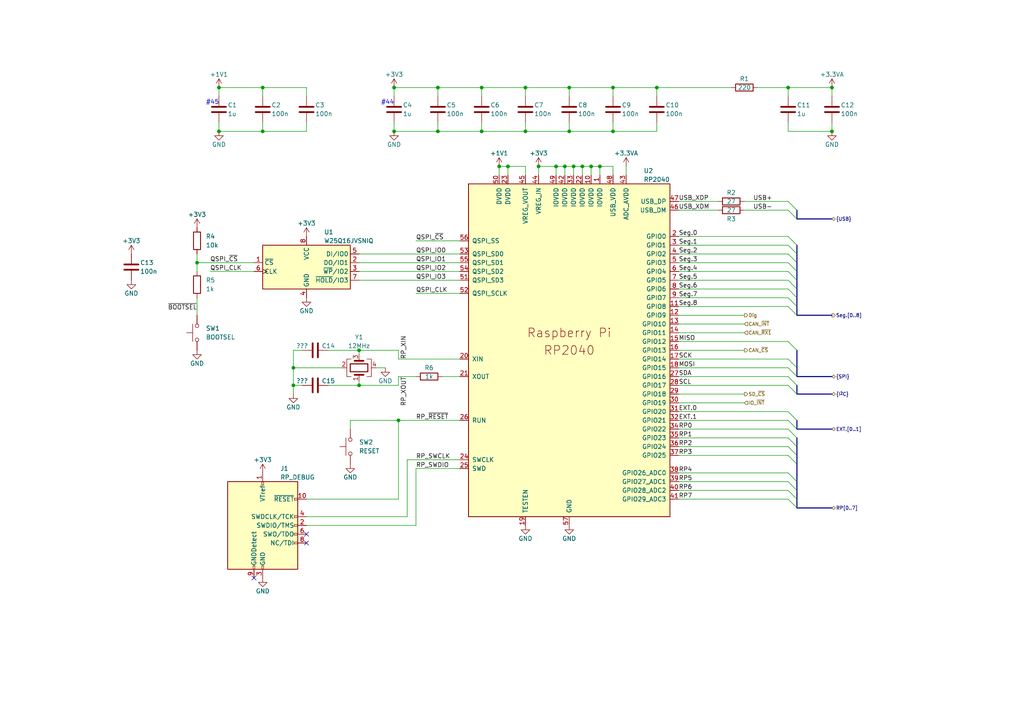
<source format=kicad_sch>
(kicad_sch (version 20211123) (generator eeschema)
  (paper "A4")
  (title_block (title "[canbrd] CAN/RS485 IO board") (date "2022-01-23") (rev "Indev"))
  (lib_symbols
    (symbol "Connector:Conn_ARM_JTAG_SWD_10" (pin_names (offset 1.016))
      (property "Reference" "J" (at -2.54 16.51 0))
      (property "Value" "Conn_ARM_JTAG_SWD_10" (at -2.54 13.97 0))
      (symbol "Conn_ARM_JTAG_SWD_10_0_1"
        (rectangle (start -10.16 12.7) (end 10.16 -12.7) (stroke (width 0.254)) (fill (type background)))
        (rectangle (start -2.794 -12.7) (end -2.286 -11.684))
        (rectangle (start -0.254 -12.7) (end 0.254 -11.684))
        (rectangle (start -0.254 12.7) (end 0.254 11.684))
        (rectangle (start 9.144 2.286) (end 10.16 2.794))
        (rectangle (start 10.16 -2.794) (end 9.144 -2.286))
        (rectangle (start 10.16 -0.254) (end 9.144 0.254))
        (rectangle (start 10.16 7.874) (end 9.144 7.366))
      )
      (symbol "Conn_ARM_JTAG_SWD_10_1_1"
        (rectangle (start 9.144 -5.334) (end 10.16 -4.826))
        (pin power_in line (at 0 15.24 270) (length 2.54) (name "VTref") (number "1"))
        (pin open_collector line (at 12.7 7.62 180) (length 2.54) (name "~{RESET}") (number "10"))
        (pin bidirectional line (at 12.7 0 180) (length 2.54) (name "SWDIO/TMS") (number "2"))
        (pin power_in line (at 0 -15.24 90) (length 2.54) (name "GND") (number "3"))
        (pin output line (at 12.7 2.54 180) (length 2.54) (name "SWDCLK/TCK") (number "4"))
        (pin passive line (at 0 -15.24 90) (length 2.54) hide (name "GND") (number "5"))
        (pin input line (at 12.7 -2.54 180) (length 2.54) (name "SWO/TDO") (number "6"))
        (pin no_connect line (at -10.16 0 0) (length 2.54) hide (name "KEY") (number "7"))
        (pin output line (at 12.7 -5.08 180) (length 2.54) (name "NC/TDI") (number "8"))
        (pin passive line (at -2.54 -15.24 90) (length 2.54) (name "GNDDetect") (number "9"))
      )
    )
    (symbol "Device:C" (pin_numbers hide) (pin_names (offset 0.254))
      (property "Reference" "C" (at 0.635 2.54 0))
      (property "Value" "C" (at 0.635 -2.54 0))
      (symbol "C_0_1"
        (polyline (pts (xy -2.032 -0.762) (xy 2.032 -0.762)) (stroke (width 0.508)))
        (polyline (pts (xy -2.032 0.762) (xy 2.032 0.762)) (stroke (width 0.508)))
      )
      (symbol "C_1_1"
        (pin passive line (at 0 3.81 270) (length 2.794) (name "~") (number "1"))
        (pin passive line (at 0 -3.81 90) (length 2.794) (name "~") (number "2"))
      )
    )
    (symbol "Device:Crystal_GND24" (pin_names (offset 1.016) hide)
      (property "Reference" "Y" (at 3.175 5.08 0))
      (property "Value" "Crystal_GND24" (at 3.175 3.175 0))
      (symbol "Crystal_GND24_0_1"
        (rectangle (start -1.143 2.54) (end 1.143 -2.54) (stroke (width 0.3048)))
        (polyline (pts (xy -2.54 0) (xy -2.032 0)))
        (polyline (pts (xy -2.032 -1.27) (xy -2.032 1.27)) (stroke (width 0.508)))
        (polyline (pts (xy 0 -3.81) (xy 0 -3.556)))
        (polyline (pts (xy 0 3.556) (xy 0 3.81)))
        (polyline (pts (xy 2.032 -1.27) (xy 2.032 1.27)) (stroke (width 0.508)))
        (polyline (pts (xy 2.032 0) (xy 2.54 0)))
        (polyline (pts (xy -2.54 -2.286) (xy -2.54 -3.556) (xy 2.54 -3.556) (xy 2.54 -2.286)))
        (polyline (pts (xy -2.54 2.286) (xy -2.54 3.556) (xy 2.54 3.556) (xy 2.54 2.286)))
      )
      (symbol "Crystal_GND24_1_1"
        (pin passive line (at -3.81 0 0) (length 1.27) (name "1") (number "1"))
        (pin passive line (at 0 5.08 270) (length 1.27) (name "2") (number "2"))
        (pin passive line (at 3.81 0 180) (length 1.27) (name "3") (number "3"))
        (pin passive line (at 0 -5.08 90) (length 1.27) (name "4") (number "4"))
      )
    )
    (symbol "Device:R" (pin_numbers hide) (pin_names (offset 0))
      (property "Reference" "R" (at 2.032 0 90))
      (property "Value" "R" (at 0 0 90))
      (symbol "R_0_1"
        (rectangle (start -1.016 -2.54) (end 1.016 2.54) (stroke (width 0.254)))
      )
      (symbol "R_1_1"
        (pin passive line (at 0 3.81 270) (length 1.27) (name "~") (number "1"))
        (pin passive line (at 0 -3.81 90) (length 1.27) (name "~") (number "2"))
      )
    )
    (symbol "MCU_RaspberryPi_RP2040:RP2040" (pin_names (offset 1.016))
      (property "Reference" "U" (at -29.21 49.53 0))
      (property "Value" "RP2040" (at 24.13 -49.53 0))
      (symbol "RP2040_0_0"
        (text "Raspberry Pi" (at 0 5.08 0) (effects (font (size 2.54 2.54))))
        (text "RP2040" (at 0 0 0) (effects (font (size 2.54 2.54))))
      )
      (symbol "RP2040_0_1"
        (rectangle (start 29.21 48.26) (end -29.21 -48.26) (stroke (width 0.254)) (fill (type background)))
      )
      (symbol "RP2040_1_1"
        (pin power_in line (at 8.89 50.8 270) (length 2.54) (name "IOVDD") (number "1"))
        (pin power_in line (at 6.35 50.8 270) (length 2.54) (name "IOVDD") (number "10"))
        (pin bidirectional line (at 31.75 12.7 180) (length 2.54) (name "GPIO8") (number "11"))
        (pin bidirectional line (at 31.75 10.16 180) (length 2.54) (name "GPIO9") (number "12"))
        (pin bidirectional line (at 31.75 7.62 180) (length 2.54) (name "GPIO10") (number "13"))
        (pin bidirectional line (at 31.75 5.08 180) (length 2.54) (name "GPIO11") (number "14"))
        (pin bidirectional line (at 31.75 2.54 180) (length 2.54) (name "GPIO12") (number "15"))
        (pin bidirectional line (at 31.75 0 180) (length 2.54) (name "GPIO13") (number "16"))
        (pin bidirectional line (at 31.75 -2.54 180) (length 2.54) (name "GPIO14") (number "17"))
        (pin bidirectional line (at 31.75 -5.08 180) (length 2.54) (name "GPIO15") (number "18"))
        (pin passive line (at -12.7 -50.8 90) (length 2.54) (name "TESTEN") (number "19"))
        (pin bidirectional line (at 31.75 33.02 180) (length 2.54) (name "GPIO0") (number "2"))
        (pin input line (at -31.75 -2.54 0) (length 2.54) (name "XIN") (number "20"))
        (pin passive line (at -31.75 -7.62 0) (length 2.54) (name "XOUT") (number "21"))
        (pin power_in line (at 3.81 50.8 270) (length 2.54) (name "IOVDD") (number "22"))
        (pin power_in line (at -17.78 50.8 270) (length 2.54) (name "DVDD") (number "23"))
        (pin output line (at -31.75 -31.75 0) (length 2.54) (name "SWCLK") (number "24"))
        (pin bidirectional line (at -31.75 -34.29 0) (length 2.54) (name "SWD") (number "25"))
        (pin input line (at -31.75 -20.32 0) (length 2.54) (name "RUN") (number "26"))
        (pin bidirectional line (at 31.75 -7.62 180) (length 2.54) (name "GPIO16") (number "27"))
        (pin bidirectional line (at 31.75 -10.16 180) (length 2.54) (name "GPIO17") (number "28"))
        (pin bidirectional line (at 31.75 -12.7 180) (length 2.54) (name "GPIO18") (number "29"))
        (pin bidirectional line (at 31.75 30.48 180) (length 2.54) (name "GPIO1") (number "3"))
        (pin bidirectional line (at 31.75 -15.24 180) (length 2.54) (name "GPIO19") (number "30"))
        (pin bidirectional line (at 31.75 -17.78 180) (length 2.54) (name "GPIO20") (number "31"))
        (pin bidirectional line (at 31.75 -20.32 180) (length 2.54) (name "GPIO21") (number "32"))
        (pin power_in line (at 1.27 50.8 270) (length 2.54) (name "IOVDD") (number "33"))
        (pin bidirectional line (at 31.75 -22.86 180) (length 2.54) (name "GPIO22") (number "34"))
        (pin bidirectional line (at 31.75 -25.4 180) (length 2.54) (name "GPIO23") (number "35"))
        (pin bidirectional line (at 31.75 -27.94 180) (length 2.54) (name "GPIO24") (number "36"))
        (pin bidirectional line (at 31.75 -30.48 180) (length 2.54) (name "GPIO25") (number "37"))
        (pin bidirectional line (at 31.75 -35.56 180) (length 2.54) (name "GPIO26_ADC0") (number "38"))
        (pin bidirectional line (at 31.75 -38.1 180) (length 2.54) (name "GPIO27_ADC1") (number "39"))
        (pin bidirectional line (at 31.75 27.94 180) (length 2.54) (name "GPIO2") (number "4"))
        (pin bidirectional line (at 31.75 -40.64 180) (length 2.54) (name "GPIO28_ADC2") (number "40"))
        (pin bidirectional line (at 31.75 -43.18 180) (length 2.54) (name "GPIO29_ADC3") (number "41"))
        (pin power_in line (at -1.27 50.8 270) (length 2.54) (name "IOVDD") (number "42"))
        (pin power_in line (at 16.51 50.8 270) (length 2.54) (name "ADC_AVDD") (number "43"))
        (pin power_in line (at -8.89 50.8 270) (length 2.54) (name "VREG_IN") (number "44"))
        (pin power_out line (at -12.7 50.8 270) (length 2.54) (name "VREG_VOUT") (number "45"))
        (pin bidirectional line (at 31.75 40.64 180) (length 2.54) (name "USB_DM") (number "46"))
        (pin bidirectional line (at 31.75 43.18 180) (length 2.54) (name "USB_DP") (number "47"))
        (pin power_in line (at 12.7 50.8 270) (length 2.54) (name "USB_VDD") (number "48"))
        (pin power_in line (at -3.81 50.8 270) (length 2.54) (name "IOVDD") (number "49"))
        (pin bidirectional line (at 31.75 25.4 180) (length 2.54) (name "GPIO3") (number "5"))
        (pin power_in line (at -20.32 50.8 270) (length 2.54) (name "DVDD") (number "50"))
        (pin bidirectional line (at -31.75 20.32 0) (length 2.54) (name "QSPI_SD3") (number "51"))
        (pin output line (at -31.75 16.51 0) (length 2.54) (name "QSPI_SCLK") (number "52"))
        (pin bidirectional line (at -31.75 27.94 0) (length 2.54) (name "QSPI_SD0") (number "53"))
        (pin bidirectional line (at -31.75 22.86 0) (length 2.54) (name "QSPI_SD2") (number "54"))
        (pin bidirectional line (at -31.75 25.4 0) (length 2.54) (name "QSPI_SD1") (number "55"))
        (pin bidirectional line (at -31.75 31.75 0) (length 2.54) (name "QSPI_SS") (number "56"))
        (pin power_in line (at 0 -50.8 90) (length 2.54) (name "GND") (number "57"))
        (pin bidirectional line (at 31.75 22.86 180) (length 2.54) (name "GPIO4") (number "6"))
        (pin bidirectional line (at 31.75 20.32 180) (length 2.54) (name "GPIO5") (number "7"))
        (pin bidirectional line (at 31.75 17.78 180) (length 2.54) (name "GPIO6") (number "8"))
        (pin bidirectional line (at 31.75 15.24 180) (length 2.54) (name "GPIO7") (number "9"))
      )
    )
    (symbol "Switch:SW_Push" (pin_numbers hide) (pin_names (offset 1.016) hide)
      (property "Reference" "SW" (at 1.27 2.54 0))
      (property "Value" "SW_Push" (at 0 -1.524 0))
      (symbol "SW_Push_0_1"
        (circle (center -2.032 0) (radius 0.508))
        (polyline (pts (xy 0 1.27) (xy 0 3.048)))
        (polyline (pts (xy 2.54 1.27) (xy -2.54 1.27)))
        (circle (center 2.032 0) (radius 0.508))
        (pin passive line (at -5.08 0 0) (length 2.54) (name "1") (number "1"))
        (pin passive line (at 5.08 0 180) (length 2.54) (name "2") (number "2"))
      )
    )
    (symbol "W25Q16JVSNIQ:W25Q16JVSNIQ"
      (property "Reference" "U" (at -12.7 7.62 0))
      (property "Value" "W25Q16JVSNIQ" (at 12.7 7.62 0))
      (symbol "W25Q16JVSNIQ_0_1"
        (rectangle (start -12.7 6.35) (end 12.7 -6.35) (stroke (width 0.254)) (fill (type background)))
      )
      (symbol "W25Q16JVSNIQ_1_1"
        (pin input line (at -15.24 1.27 0) (length 2.54) (name "~{CS}") (number "1"))
        (pin bidirectional line (at 15.24 1.27 180) (length 2.54) (name "DO/IO1") (number "2"))
        (pin bidirectional line (at 15.24 -1.27 180) (length 2.54) (name "~{WP}/IO2") (number "3"))
        (pin power_in line (at 0 -8.89 90) (length 2.54) (name "GND") (number "4"))
        (pin bidirectional line (at 15.24 3.81 180) (length 2.54) (name "DI/IO0") (number "5"))
        (pin input clock (at -15.24 -1.27 0) (length 2.54) (name "CLK") (number "6"))
        (pin bidirectional line (at 15.24 -3.81 180) (length 2.54) (name "~{HOLD}/IO3") (number "7"))
        (pin power_in line (at 0 8.89 270) (length 2.54) (name "VCC") (number "8"))
      )
    )
    (symbol "power:+1V1" (power) (pin_names (offset 0))
      (property "Value" "+1V1" (at 0 3.556 0))
      (symbol "+1V1_0_1"
        (polyline (pts (xy -0.762 1.27) (xy 0 2.54)))
        (polyline (pts (xy 0 0) (xy 0 2.54)))
        (polyline (pts (xy 0 2.54) (xy 0.762 1.27)))
      )
      (symbol "+1V1_1_1"
        (pin power_in line (at 0 0 90) (length 0) hide (name "+1V1") (number "1"))
      )
    )
    (symbol "power:+3.3V" (power) (pin_names (offset 0))
      (property "Value" "+3.3V" (at 0 3.556 0))
      (symbol "+3.3V_0_1"
        (polyline (pts (xy -0.762 1.27) (xy 0 2.54)))
        (polyline (pts (xy 0 0) (xy 0 2.54)))
        (polyline (pts (xy 0 2.54) (xy 0.762 1.27)))
      )
      (symbol "+3.3V_1_1"
        (pin power_in line (at 0 0 90) (length 0) hide (name "+3V3") (number "1"))
      )
    )
    (symbol "power:+3.3VA" (power) (pin_names (offset 0))
      (property "Value" "+3.3VA" (at 0 3.556 0))
      (symbol "+3.3VA_0_1"
        (polyline (pts (xy -0.762 1.27) (xy 0 2.54)))
        (polyline (pts (xy 0 0) (xy 0 2.54)))
        (polyline (pts (xy 0 2.54) (xy 0.762 1.27)))
      )
      (symbol "+3.3VA_1_1"
        (pin power_in line (at 0 0 90) (length 0) hide (name "+3.3VA") (number "1"))
      )
    )
    (symbol "power:GND" (power) (pin_names (offset 0))
      (property "Value" "GND" (at 0 -3.81 0))
      (symbol "GND_0_1"
        (polyline (pts (xy 0 0) (xy 0 -1.27) (xy 1.27 -1.27) (xy 0 -2.54) (xy -1.27 -1.27) (xy 0 -1.27)))
      )
      (symbol "GND_1_1"
        (pin power_in line (at 0 0 270) (length 0) hide (name "GND") (number "1"))
      )
    )
  )
  (junction (at 173.99 48.26))
  (junction (at 63.5 25.4))
  (junction (at 161.29 48.26))
  (junction (at 144.78 48.26))
  (junction (at 166.37 48.26))
  (junction (at 177.8 25.4))
  (junction (at 165.1 25.4))
  (junction (at 57.15 76.2))
  (junction (at 190.5 25.4))
  (junction (at 171.45 48.26))
  (junction (at 115.57 121.92))
  (junction (at 152.4 38.1))
  (junction (at 177.8 38.1))
  (junction (at 228.6 25.4))
  (junction (at 165.1 38.1))
  (junction (at 76.2 25.4))
  (junction (at 241.3 38.1))
  (junction (at 163.83 48.26))
  (junction (at 127 25.4))
  (junction (at 152.4 25.4))
  (junction (at 139.7 25.4))
  (junction (at 168.91 48.26))
  (junction (at 76.2 38.1))
  (junction (at 139.7 38.1))
  (junction (at 147.32 48.26))
  (junction (at 241.3 25.4))
  (junction (at 114.3 25.4))
  (junction (at 104.14 111.76))
  (junction (at 63.5 38.1))
  (junction (at 104.14 101.6))
  (junction (at 156.21 48.26))
  (junction (at 85.09 106.68))
  (junction (at 127 38.1))
  (junction (at 85.09 111.76))
  (junction (at 114.3 38.1))
  (no_connect (at 73.66 167.64))
  (no_connect (at 88.9 157.48))
  (no_connect (at 88.9 154.94))
  (bus_entry (at 231.14 106.68) (size -2.54 -2.54))
  (bus_entry (at 231.14 139.7) (size -2.54 -2.54))
  (bus_entry (at 231.14 129.54) (size -2.54 -2.54))
  (bus_entry (at 231.14 121.92) (size -2.54 -2.54))
  (bus_entry (at 231.14 111.76) (size -2.54 -2.54))
  (bus_entry (at 231.14 127) (size -2.54 -2.54))
  (bus_entry (at 231.14 60.96) (size -2.54 -2.54))
  (bus_entry (at 231.14 147.32) (size -2.54 -2.54))
  (bus_entry (at 231.14 83.82) (size -2.54 -2.54))
  (bus_entry (at 231.14 132.08) (size -2.54 -2.54))
  (bus_entry (at 231.14 81.28) (size -2.54 -2.54))
  (bus_entry (at 231.14 73.66) (size -2.54 -2.54))
  (bus_entry (at 231.14 134.62) (size -2.54 -2.54))
  (bus_entry (at 231.14 114.3) (size -2.54 -2.54))
  (bus_entry (at 231.14 101.6) (size -2.54 -2.54))
  (bus_entry (at 231.14 109.22) (size -2.54 -2.54))
  (bus_entry (at 231.14 88.9) (size -2.54 -2.54))
  (bus_entry (at 231.14 63.5) (size -2.54 -2.54))
  (bus_entry (at 231.14 71.12) (size -2.54 -2.54))
  (bus_entry (at 231.14 142.24) (size -2.54 -2.54))
  (bus_entry (at 231.14 124.46) (size -2.54 -2.54))
  (bus_entry (at 231.14 86.36) (size -2.54 -2.54))
  (bus_entry (at 231.14 144.78) (size -2.54 -2.54))
  (bus_entry (at 231.14 76.2) (size -2.54 -2.54))
  (bus_entry (at 231.14 78.74) (size -2.54 -2.54))
  (bus_entry (at 231.14 91.44) (size -2.54 -2.54))
  (bus (pts (xy 231.14 144.78) (xy 231.14 147.32)))
  (wire (pts (xy 104.14 78.74) (xy 133.35 78.74)))
  (wire (pts (xy 114.3 35.56) (xy 114.3 38.1)))
  (wire (pts (xy 168.91 48.26) (xy 168.91 50.8)))
  (wire (pts (xy 196.85 83.82) (xy 228.6 83.82)))
  (wire (pts (xy 139.7 25.4) (xy 152.4 25.4)))
  (wire (pts (xy 115.57 144.78) (xy 115.57 121.92)))
  (wire (pts (xy 196.85 142.24) (xy 228.6 142.24)))
  (wire (pts (xy 63.5 25.4) (xy 76.2 25.4)))
  (wire (pts (xy 168.91 48.26) (xy 166.37 48.26)))
  (wire (pts (xy 177.8 25.4) (xy 177.8 27.94)))
  (wire (pts (xy 196.85 111.76) (xy 228.6 111.76)))
  (wire (pts (xy 219.71 25.4) (xy 228.6 25.4)))
  (wire (pts (xy 127 25.4) (xy 127 27.94)))
  (wire (pts (xy 152.4 35.56) (xy 152.4 38.1)))
  (wire (pts (xy 196.85 144.78) (xy 228.6 144.78)))
  (wire (pts (xy 127 38.1) (xy 139.7 38.1)))
  (wire (pts (xy 144.78 48.26) (xy 144.78 50.8)))
  (wire (pts (xy 152.4 48.26) (xy 147.32 48.26)))
  (wire (pts (xy 196.85 58.42) (xy 208.28 58.42)))
  (wire (pts (xy 63.5 38.1) (xy 76.2 38.1)))
  (wire (pts (xy 147.32 48.26) (xy 144.78 48.26)))
  (wire (pts (xy 104.14 110.49) (xy 104.14 111.76)))
  (wire (pts (xy 196.85 129.54) (xy 228.6 129.54)))
  (wire (pts (xy 120.65 152.4) (xy 120.65 135.89)))
  (wire (pts (xy 196.85 60.96) (xy 208.28 60.96)))
  (wire (pts (xy 166.37 48.26) (xy 163.83 48.26)))
  (bus (pts (xy 231.14 127) (xy 231.14 129.54)))
  (wire (pts (xy 177.8 38.1) (xy 190.5 38.1)))
  (wire (pts (xy 165.1 35.56) (xy 165.1 38.1)))
  (wire (pts (xy 241.3 35.56) (xy 241.3 38.1)))
  (bus (pts (xy 231.14 86.36) (xy 231.14 88.9)))
  (wire (pts (xy 88.9 25.4) (xy 88.9 27.94)))
  (wire (pts (xy 63.5 27.94) (xy 63.5 25.4)))
  (wire (pts (xy 120.65 85.09) (xy 133.35 85.09)))
  (wire (pts (xy 196.85 137.16) (xy 228.6 137.16)))
  (wire (pts (xy 101.6 121.92) (xy 115.57 121.92)))
  (bus (pts (xy 231.14 132.08) (xy 231.14 134.62)))
  (wire (pts (xy 104.14 101.6) (xy 104.14 102.87)))
  (wire (pts (xy 85.09 106.68) (xy 85.09 111.76)))
  (wire (pts (xy 196.85 116.84) (xy 215.9 116.84)))
  (wire (pts (xy 190.5 35.56) (xy 190.5 38.1)))
  (wire (pts (xy 76.2 38.1) (xy 88.9 38.1)))
  (wire (pts (xy 156.21 48.26) (xy 156.21 50.8)))
  (wire (pts (xy 85.09 111.76) (xy 85.09 114.3)))
  (wire (pts (xy 115.57 104.14) (xy 115.57 101.6)))
  (wire (pts (xy 88.9 144.78) (xy 115.57 144.78)))
  (wire (pts (xy 215.9 58.42) (xy 228.6 58.42)))
  (bus (pts (xy 241.3 109.22) (xy 231.14 109.22)))
  (wire (pts (xy 57.15 73.66) (xy 57.15 76.2)))
  (wire (pts (xy 139.7 25.4) (xy 139.7 27.94)))
  (wire (pts (xy 196.85 78.74) (xy 228.6 78.74)))
  (wire (pts (xy 114.3 38.1) (xy 127 38.1)))
  (wire (pts (xy 161.29 48.26) (xy 156.21 48.26)))
  (wire (pts (xy 118.11 133.35) (xy 133.35 133.35)))
  (wire (pts (xy 60.96 78.74) (xy 73.66 78.74)))
  (wire (pts (xy 228.6 38.1) (xy 228.6 35.56)))
  (wire (pts (xy 57.15 76.2) (xy 57.15 78.74)))
  (wire (pts (xy 196.85 99.06) (xy 228.6 99.06)))
  (wire (pts (xy 241.3 25.4) (xy 228.6 25.4)))
  (wire (pts (xy 196.85 76.2) (xy 228.6 76.2)))
  (wire (pts (xy 196.85 104.14) (xy 228.6 104.14)))
  (wire (pts (xy 152.4 25.4) (xy 165.1 25.4)))
  (bus (pts (xy 241.3 91.44) (xy 231.14 91.44)))
  (wire (pts (xy 88.9 38.1) (xy 88.9 35.56)))
  (wire (pts (xy 104.14 81.28) (xy 133.35 81.28)))
  (wire (pts (xy 196.85 132.08) (xy 228.6 132.08)))
  (wire (pts (xy 85.09 111.76) (xy 87.63 111.76)))
  (wire (pts (xy 228.6 27.94) (xy 228.6 25.4)))
  (wire (pts (xy 196.85 106.68) (xy 228.6 106.68)))
  (wire (pts (xy 128.27 109.22) (xy 133.35 109.22)))
  (wire (pts (xy 57.15 86.36) (xy 57.15 91.44)))
  (wire (pts (xy 115.57 109.22) (xy 120.65 109.22)))
  (wire (pts (xy 118.11 133.35) (xy 118.11 149.86)))
  (wire (pts (xy 196.85 119.38) (xy 228.6 119.38)))
  (wire (pts (xy 87.63 101.6) (xy 85.09 101.6)))
  (bus (pts (xy 241.3 114.3) (xy 231.14 114.3)))
  (bus (pts (xy 231.14 71.12) (xy 231.14 73.66)))
  (wire (pts (xy 114.3 27.94) (xy 114.3 25.4)))
  (wire (pts (xy 104.14 76.2) (xy 133.35 76.2)))
  (wire (pts (xy 115.57 121.92) (xy 133.35 121.92)))
  (bus (pts (xy 231.14 139.7) (xy 231.14 142.24)))
  (bus (pts (xy 231.14 134.62) (xy 231.14 139.7)))
  (wire (pts (xy 177.8 35.56) (xy 177.8 38.1)))
  (wire (pts (xy 152.4 50.8) (xy 152.4 48.26)))
  (wire (pts (xy 139.7 38.1) (xy 152.4 38.1)))
  (wire (pts (xy 241.3 38.1) (xy 228.6 38.1)))
  (bus (pts (xy 231.14 83.82) (xy 231.14 86.36)))
  (wire (pts (xy 152.4 38.1) (xy 165.1 38.1)))
  (bus (pts (xy 231.14 129.54) (xy 231.14 132.08)))
  (bus (pts (xy 231.14 106.68) (xy 231.14 109.22)))
  (wire (pts (xy 190.5 25.4) (xy 212.09 25.4)))
  (wire (pts (xy 147.32 48.26) (xy 147.32 50.8)))
  (wire (pts (xy 120.65 69.85) (xy 133.35 69.85)))
  (wire (pts (xy 114.3 25.4) (xy 127 25.4)))
  (bus (pts (xy 241.3 124.46) (xy 231.14 124.46)))
  (wire (pts (xy 196.85 73.66) (xy 228.6 73.66)))
  (wire (pts (xy 196.85 96.52) (xy 215.9 96.52)))
  (bus (pts (xy 231.14 73.66) (xy 231.14 76.2)))
  (wire (pts (xy 76.2 25.4) (xy 88.9 25.4)))
  (wire (pts (xy 166.37 48.26) (xy 166.37 50.8)))
  (wire (pts (xy 196.85 93.98) (xy 215.9 93.98)))
  (wire (pts (xy 196.85 109.22) (xy 228.6 109.22)))
  (wire (pts (xy 118.11 149.86) (xy 88.9 149.86)))
  (wire (pts (xy 88.9 152.4) (xy 120.65 152.4)))
  (wire (pts (xy 165.1 25.4) (xy 165.1 27.94)))
  (wire (pts (xy 196.85 88.9) (xy 228.6 88.9)))
  (wire (pts (xy 127 35.56) (xy 127 38.1)))
  (wire (pts (xy 241.3 27.94) (xy 241.3 25.4)))
  (bus (pts (xy 231.14 121.92) (xy 231.14 124.46)))
  (bus (pts (xy 231.14 101.6) (xy 231.14 106.68)))
  (wire (pts (xy 190.5 25.4) (xy 190.5 27.94)))
  (wire (pts (xy 196.85 81.28) (xy 228.6 81.28)))
  (wire (pts (xy 76.2 35.56) (xy 76.2 38.1)))
  (wire (pts (xy 173.99 48.26) (xy 171.45 48.26)))
  (wire (pts (xy 171.45 48.26) (xy 171.45 50.8)))
  (wire (pts (xy 120.65 135.89) (xy 133.35 135.89)))
  (wire (pts (xy 196.85 121.92) (xy 228.6 121.92)))
  (wire (pts (xy 215.9 60.96) (xy 228.6 60.96)))
  (bus (pts (xy 231.14 142.24) (xy 231.14 144.78)))
  (wire (pts (xy 163.83 48.26) (xy 163.83 50.8)))
  (wire (pts (xy 165.1 25.4) (xy 177.8 25.4)))
  (wire (pts (xy 63.5 35.56) (xy 63.5 38.1)))
  (wire (pts (xy 196.85 124.46) (xy 228.6 124.46)))
  (wire (pts (xy 115.57 104.14) (xy 133.35 104.14)))
  (bus (pts (xy 231.14 88.9) (xy 231.14 91.44)))
  (bus (pts (xy 231.14 78.74) (xy 231.14 81.28)))
  (bus (pts (xy 231.14 81.28) (xy 231.14 83.82)))
  (wire (pts (xy 196.85 71.12) (xy 228.6 71.12)))
  (wire (pts (xy 104.14 111.76) (xy 115.57 111.76)))
  (bus (pts (xy 231.14 147.32) (xy 241.3 147.32)))
  (wire (pts (xy 95.25 101.6) (xy 104.14 101.6)))
  (wire (pts (xy 196.85 139.7) (xy 228.6 139.7)))
  (wire (pts (xy 152.4 25.4) (xy 152.4 27.94)))
  (wire (pts (xy 163.83 48.26) (xy 161.29 48.26)))
  (wire (pts (xy 85.09 106.68) (xy 99.06 106.68)))
  (wire (pts (xy 196.85 101.6) (xy 215.9 101.6)))
  (wire (pts (xy 139.7 35.56) (xy 139.7 38.1)))
  (wire (pts (xy 196.85 68.58) (xy 228.6 68.58)))
  (wire (pts (xy 196.85 114.3) (xy 215.9 114.3)))
  (wire (pts (xy 161.29 48.26) (xy 161.29 50.8)))
  (wire (pts (xy 177.8 48.26) (xy 177.8 50.8)))
  (wire (pts (xy 196.85 91.44) (xy 215.9 91.44)))
  (wire (pts (xy 104.14 101.6) (xy 115.57 101.6)))
  (wire (pts (xy 196.85 86.36) (xy 228.6 86.36)))
  (bus (pts (xy 231.14 111.76) (xy 231.14 114.3)))
  (wire (pts (xy 115.57 111.76) (xy 115.57 109.22)))
  (wire (pts (xy 196.85 127) (xy 228.6 127)))
  (bus (pts (xy 231.14 76.2) (xy 231.14 78.74)))
  (wire (pts (xy 173.99 48.26) (xy 173.99 50.8)))
  (wire (pts (xy 171.45 48.26) (xy 168.91 48.26)))
  (wire (pts (xy 95.25 111.76) (xy 104.14 111.76)))
  (wire (pts (xy 177.8 48.26) (xy 173.99 48.26)))
  (bus (pts (xy 231.14 60.96) (xy 231.14 63.5)))
  (wire (pts (xy 165.1 38.1) (xy 177.8 38.1)))
  (wire (pts (xy 57.15 76.2) (xy 73.66 76.2)))
  (wire (pts (xy 101.6 121.92) (xy 101.6 124.46)))
  (wire (pts (xy 127 25.4) (xy 139.7 25.4)))
  (wire (pts (xy 109.22 106.68) (xy 111.76 106.68)))
  (wire (pts (xy 177.8 25.4) (xy 190.5 25.4)))
  (wire (pts (xy 76.2 25.4) (xy 76.2 27.94)))
  (wire (pts (xy 85.09 101.6) (xy 85.09 106.68)))
  (bus (pts (xy 241.3 63.5) (xy 231.14 63.5)))
  (wire (pts (xy 104.14 73.66) (xy 133.35 73.66)))
  (wire (pts (xy 181.61 48.26) (xy 181.61 50.8)))
  (text "#45" (at 59.69 30.48 0) (effects (font (size 1.27 1.27)) (justify left bottom)))
  (text "#44" (at 110.49 30.48 0) (effects (font (size 1.27 1.27)) (justify left bottom)))
  (label "RP3" (at 196.85 132.08 0))
  (label "Seg.6" (at 196.85 83.82 0))
  (label "RP_SWDIO" (at 120.65 135.89 0))
  (label "RP_SWCLK" (at 120.65 133.35 0))
  (label "RP4" (at 196.85 137.16 0))
  (label "QSPI_~{CS}" (at 120.65 69.85 0))
  (label "MISO" (at 196.85 99.06 0))
  (label "Seg.0" (at 196.85 68.58 0))
  (label "Seg.4" (at 196.85 78.74 0))
  (label "QSPI_IO0" (at 120.65 73.66 0))
  (label "SCL" (at 196.85 111.76 0))
  (label "RP7" (at 196.85 144.78 0))
  (label "QSPI_IO2" (at 120.65 78.74 0))
  (label "USB-" (at 218.44 60.96 0))
  (label "RP6" (at 196.85 142.24 0))
  (label "Seg.3" (at 196.85 76.2 0))
  (label "QSPI_CLK" (at 120.65 85.09 0))
  (label "SDA" (at 196.85 109.22 0))
  (label "USB_XDM" (at 196.85 60.96 0))
  (label "Seg.7" (at 196.85 86.36 0))
  (label "EXT.1" (at 196.85 121.92 0))
  (label "Seg.5" (at 196.85 81.28 0))
  (label "~{BOOTSEL}" (at 57.15 90.17 180))
  (label "QSPI_CLK" (at 60.96 78.74 0))
  (label "RP2" (at 196.85 129.54 0))
  (label "QSPI_IO1" (at 120.65 76.2 0))
  (label "EXT.0" (at 196.85 119.38 0))
  (label "USB+" (at 218.44 58.42 0))
  (label "Seg.8" (at 196.85 88.9 0))
  (label "RP_~{RESET}" (at 120.65 121.92 0))
  (label "RP1" (at 196.85 127 0))
  (label "RP0" (at 196.85 124.46 0))
  (label "USB_XDP" (at 196.85 58.42 0))
  (label "MOSI" (at 196.85 106.68 0))
  (label "RP5" (at 196.85 139.7 0))
  (label "Seg.1" (at 196.85 71.12 0))
  (label "RP_XOUT" (at 118.11 109.22 270))
  (label "QSPI_IO3" (at 120.65 81.28 0))
  (label "Seg.2" (at 196.85 73.66 0))
  (label "RP_XIN" (at 118.11 104.14 90))
  (label "QSPI_~{CS}" (at 60.96 76.2 0))
  (label "SCK" (at 196.85 104.14 0))
  (hierarchical_label "CAN_~{RX1}" (shape input) (at 215.9 96.52 0) (effects (font (size 1 1))))
  (hierarchical_label "Dig" (shape output) (at 215.9 91.44 0) (effects (font (size 1 1))))
  (hierarchical_label "RP[0..7]" (shape bidirectional) (at 241.3 147.32 0) (effects (font (size 1 1))))
  (hierarchical_label "SD_~{CS}" (shape output) (at 215.9 114.3 0) (effects (font (size 1 1))))
  (hierarchical_label "Seg.[0..8]" (shape output) (at 241.3 91.44 0) (effects (font (size 1 1))))
  (hierarchical_label "{SPI}" (shape bidirectional) (at 241.3 109.22 0) (effects (font (size 1 1))))
  (hierarchical_label "IO_~{INT}" (shape input) (at 215.9 116.84 0) (effects (font (size 1 1))))
  (hierarchical_label "CAN_~{INT}" (shape input) (at 215.9 93.98 0) (effects (font (size 1 1))))
  (hierarchical_label "CAN_~{CS}" (shape output) (at 215.9 101.6 0) (effects (font (size 1 1))))
  (hierarchical_label "{USB}" (shape bidirectional) (at 241.3 63.5 0) (effects (font (size 1 1))))
  (hierarchical_label "EXT.[0..1]" (shape bidirectional) (at 241.3 124.46 0) (effects (font (size 1 1))))
  (hierarchical_label "{I^{2}C}" (shape bidirectional) (at 241.3 114.3 0) (effects (font (size 1 1))))
  (symbol (lib_id "power:GND") (at 76.2 167.64 0) (unit 1)
    (property "Reference" "#PWR026" (effects hide))
    (property "Value" "GND" (at 76.2 171.45 0))
  )
  (symbol (lib_id "power:GND") (at 63.5 38.1 0) (unit 1)
    (property "Reference" "#PWR08" (effects hide))
    (property "Value" "GND" (at 63.5 41.91 0))
  )
  (symbol (lib_id "Device:C") (at 91.44 111.76 90) (unit 1)
    (property "Reference" "C15" (at 95.25 110.49 90))
    (property "Value" "???" (at 87.63 110.49 90))
    (property "Footprint" "Capacitor_SMD:C_0603_1608Metric" (effects hide))
  )
  (symbol (lib_id "power:GND") (at 114.3 38.1 0) (unit 1)
    (property "Reference" "#PWR09" (effects hide))
    (property "Value" "GND" (at 114.3 41.91 0))
  )
  (symbol (lib_id "power:+3.3V") (at 38.1 73.66 0) (unit 1)
    (property "Reference" "#PWR016" (effects hide))
    (property "Value" "+3.3V" (at 38.1 69.85 0))
  )
  (symbol (lib_id "Device:R") (at 57.15 69.85 0) (unit 1)
    (property "Reference" "R4" (at 59.69 68.58 0) (effects (justify left)))
    (property "Value" "10k" (at 59.69 71.12 0) (effects (justify left)))
    (property "Footprint" "Resistor_SMD:R_0603_1608Metric" (effects hide))
  )
  (symbol (lib_id "Device:C") (at 177.8 31.75 0) (unit 1)
    (property "Reference" "C9" (at 180.34 30.48 0) (effects (justify left)))
    (property "Value" "100n" (at 180.34 33.02 0) (effects (justify left)))
    (property "Footprint" "Capacitor_SMD:C_0603_1608Metric" (effects hide))
  )
  (symbol (lib_id "power:+3.3VA") (at 241.3 25.4 0) (unit 1)
    (property "Reference" "#PWR07" (effects hide))
    (property "Value" "+3.3VA" (at 241.3 21.59 0))
  )
  (symbol (lib_id "Device:C") (at 91.44 101.6 90) (mirror x) (unit 1)
    (property "Reference" "C14" (at 95.25 100.33 90))
    (property "Value" "???" (at 87.63 100.33 90))
    (property "Footprint" "Capacitor_SMD:C_0603_1608Metric" (effects hide))
  )
  (symbol (lib_id "Device:R") (at 124.46 109.22 90) (unit 1)
    (property "Reference" "R6" (at 124.46 106.68 90))
    (property "Value" "1k" (at 124.46 109.22 90))
    (property "Footprint" "Resistor_SMD:R_0603_1608Metric" (effects hide))
  )
  (symbol (lib_id "Device:C") (at 228.6 31.75 0) (unit 1)
    (property "Reference" "C11" (at 231.14 30.48 0) (effects (justify left)))
    (property "Value" "1u" (at 231.14 33.02 0) (effects (justify left)))
    (property "Footprint" "Capacitor_SMD:C_0603_1608Metric" (effects hide))
  )
  (symbol (lib_id "Switch:SW_Push") (at 101.6 129.54 90) (unit 1)
    (property "Reference" "SW2" (at 104.14 128.27 90) (effects (justify right)))
    (property "Value" "RESET" (at 104.14 130.81 90) (effects (justify right)))
    (property "Footprint" "PTS815-SJ:PTS815-SJ" (effects hide))
  )
  (symbol (lib_id "Device:C") (at 190.5 31.75 0) (unit 1)
    (property "Reference" "C10" (at 193.04 30.48 0) (effects (justify left)))
    (property "Value" "100n" (at 193.04 33.02 0) (effects (justify left)))
    (property "Footprint" "Capacitor_SMD:C_0603_1608Metric" (effects hide))
  )
  (symbol (lib_id "W25Q16JVSNIQ:W25Q16JVSNIQ") (at 88.9 77.47 0) (unit 1)
    (property "Reference" "U1" (at 93.98 67.31 0) (effects (justify left)))
    (property "Value" "W25Q16JVSNIQ" (at 93.98 69.85 0) (effects (justify left)))
    (property "Footprint" "Package_SO:SOIC-8_3.9x4.9mm_P1.27mm" (effects hide))
    (property "Datasheet" "https://www.winbond.com/resource-files/w25q16jv%20spi%20revh%2004082019%20plus.pdf" (effects hide))
  )
  (symbol (lib_id "Device:C") (at 38.1 77.47 0) (unit 1)
    (property "Reference" "C13" (at 40.64 76.2 0) (effects (justify left)))
    (property "Value" "100n" (at 40.64 78.74 0) (effects (justify left)))
    (property "Footprint" "Capacitor_SMD:C_0603_1608Metric" (effects hide))
  )
  (symbol (lib_id "Device:C") (at 88.9 31.75 0) (unit 1)
    (property "Reference" "C3" (at 91.44 30.48 0) (effects (justify left)))
    (property "Value" "100n" (at 91.44 33.02 0) (effects (justify left)))
    (property "Footprint" "Capacitor_SMD:C_0603_1608Metric" (effects hide))
  )
  (symbol (lib_id "power:GND") (at 57.15 101.6 0) (unit 1)
    (property "Reference" "#PWR019" (effects hide))
    (property "Value" "GND" (at 57.15 105.41 0))
  )
  (symbol (lib_id "Device:C") (at 63.5 31.75 0) (unit 1)
    (property "Reference" "C1" (at 66.04 30.48 0) (effects (justify left)))
    (property "Value" "1u" (at 66.04 33.02 0) (effects (justify left)))
    (property "Footprint" "Capacitor_SMD:C_0603_1608Metric" (effects hide))
  )
  (symbol (lib_id "Device:C") (at 76.2 31.75 0) (unit 1)
    (property "Reference" "C2" (at 78.74 30.48 0) (effects (justify left)))
    (property "Value" "100n" (at 78.74 33.02 0) (effects (justify left)))
    (property "Footprint" "Capacitor_SMD:C_0603_1608Metric" (effects hide))
  )
  (symbol (lib_id "Device:C") (at 165.1 31.75 0) (unit 1)
    (property "Reference" "C8" (at 167.64 30.48 0) (effects (justify left)))
    (property "Value" "100n" (at 167.64 33.02 0) (effects (justify left)))
    (property "Footprint" "Capacitor_SMD:C_0603_1608Metric" (effects hide))
  )
  (symbol (lib_id "Device:R") (at 212.09 60.96 90) (mirror x) (unit 1)
    (property "Reference" "R3" (at 212.09 63.5 90))
    (property "Value" "27" (at 212.09 60.96 90))
    (property "Footprint" "Resistor_SMD:R_0603_1608Metric" (effects hide))
  )
  (symbol (lib_id "power:+3.3V") (at 156.21 48.26 0) (unit 1)
    (property "Reference" "#PWR012" (effects hide))
    (property "Value" "+3.3V" (at 156.21 44.45 0))
  )
  (symbol (lib_id "Device:C") (at 139.7 31.75 0) (unit 1)
    (property "Reference" "C6" (at 142.24 30.48 0) (effects (justify left)))
    (property "Value" "100n" (at 142.24 33.02 0) (effects (justify left)))
    (property "Footprint" "Capacitor_SMD:C_0603_1608Metric" (effects hide))
  )
  (symbol (lib_id "power:GND") (at 101.6 134.62 0) (unit 1)
    (property "Reference" "#PWR022" (effects hide))
    (property "Value" "GND" (at 101.6 138.43 0))
  )
  (symbol (lib_id "power:GND") (at 111.76 106.68 0) (unit 1)
    (property "Reference" "#PWR020" (effects hide))
    (property "Value" "GND" (at 111.76 110.49 0))
  )
  (symbol (lib_id "Connector:Conn_ARM_JTAG_SWD_10") (at 76.2 152.4 0) (unit 1)
    (property "Reference" "J1" (at 81.28 135.89 0) (effects (justify left)))
    (property "Value" "RP_DEBUG" (at 81.28 138.43 0) (effects (justify left)))
    (property "Footprint" "Connector_PinHeader_1.27mm:PinHeader_2x05_P1.27mm_Vertical_SMD" (effects hide))
    (property "Datasheet" "http://infocenter.arm.com/help/topic/com.arm.doc.ddi0314h/DDI0314H_coresight_components_trm.pdf" (effects hide))
  )
  (symbol (lib_id "power:GND") (at 88.9 86.36 0) (unit 1)
    (property "Reference" "#PWR018" (effects hide))
    (property "Value" "GND" (at 88.9 90.17 0))
  )
  (symbol (lib_id "power:GND") (at 241.3 38.1 0) (unit 1)
    (property "Reference" "#PWR010" (effects hide))
    (property "Value" "GND" (at 241.3 41.91 0))
  )
  (symbol (lib_id "Device:C") (at 127 31.75 0) (unit 1)
    (property "Reference" "C5" (at 129.54 30.48 0) (effects (justify left)))
    (property "Value" "100n" (at 129.54 33.02 0) (effects (justify left)))
    (property "Footprint" "Capacitor_SMD:C_0603_1608Metric" (effects hide))
  )
  (symbol (lib_id "MCU_RaspberryPi_RP2040:RP2040") (at 165.1 101.6 0) (unit 1)
    (property "Reference" "U2" (at 186.69 49.53 0) (effects (justify left)))
    (property "Value" "RP2040" (at 186.69 52.07 0) (effects (justify left)))
    (property "Footprint" "RP2040:RP2040-QFN-56" (effects hide))
  )
  (symbol (lib_id "Device:R") (at 215.9 25.4 90) (unit 1)
    (property "Reference" "R1" (at 215.9 22.86 90))
    (property "Value" "220" (at 215.9 25.4 90))
    (property "Footprint" "Resistor_SMD:R_0603_1608Metric" (effects hide))
  )
  (symbol (lib_id "power:+3.3V") (at 76.2 137.16 0) (unit 1)
    (property "Reference" "#PWR023" (effects hide))
    (property "Value" "+3.3V" (at 76.2 133.35 0))
  )
  (symbol (lib_id "power:GND") (at 152.4 152.4 0) (unit 1)
    (property "Reference" "#PWR024" (effects hide))
    (property "Value" "GND" (at 152.4 156.21 0))
  )
  (symbol (lib_id "power:+3.3V") (at 57.15 66.04 0) (unit 1)
    (property "Reference" "#PWR014" (effects hide))
    (property "Value" "+3.3V" (at 57.15 62.23 0))
  )
  (symbol (lib_id "Device:C") (at 152.4 31.75 0) (unit 1)
    (property "Reference" "C7" (at 154.94 30.48 0) (effects (justify left)))
    (property "Value" "100n" (at 154.94 33.02 0) (effects (justify left)))
    (property "Footprint" "Capacitor_SMD:C_0603_1608Metric" (effects hide))
  )
  (symbol (lib_id "Device:R") (at 57.15 82.55 0) (unit 1)
    (property "Reference" "R5" (at 59.69 81.28 0) (effects (justify left)))
    (property "Value" "1k" (at 59.69 83.82 0) (effects (justify left)))
    (property "Footprint" "Resistor_SMD:R_0603_1608Metric" (effects hide))
  )
  (symbol (lib_id "Device:C") (at 114.3 31.75 0) (unit 1)
    (property "Reference" "C4" (at 116.84 30.48 0) (effects (justify left)))
    (property "Value" "1u" (at 116.84 33.02 0) (effects (justify left)))
    (property "Footprint" "Capacitor_SMD:C_0603_1608Metric" (effects hide))
  )
  (symbol (lib_id "power:+3.3VA") (at 181.61 48.26 0) (unit 1)
    (property "Reference" "#PWR013" (effects hide))
    (property "Value" "+3.3VA" (at 181.61 44.45 0))
  )
  (symbol (lib_id "power:+1V1") (at 63.5 25.4 0) (unit 1)
    (property "Reference" "#PWR05" (effects hide))
    (property "Value" "+1V1" (at 63.5 21.59 0))
  )
  (symbol (lib_id "power:+3.3V") (at 114.3 25.4 0) (unit 1)
    (property "Reference" "#PWR06" (effects hide))
    (property "Value" "+3.3V" (at 114.3 21.59 0))
  )
  (symbol (lib_id "power:+1V1") (at 144.78 48.26 0) (unit 1)
    (property "Reference" "#PWR011" (effects hide))
    (property "Value" "+1V1" (at 144.78 44.45 0))
  )
  (symbol (lib_id "Device:C") (at 241.3 31.75 0) (unit 1)
    (property "Reference" "C12" (at 243.84 30.48 0) (effects (justify left)))
    (property "Value" "100n" (at 243.84 33.02 0) (effects (justify left)))
    (property "Footprint" "Capacitor_SMD:C_0603_1608Metric" (effects hide))
  )
  (symbol (lib_id "power:GND") (at 85.09 114.3 0) (unit 1)
    (property "Reference" "#PWR021" (effects hide))
    (property "Value" "GND" (at 85.09 118.11 0))
  )
  (symbol (lib_id "power:GND") (at 38.1 81.28 0) (unit 1)
    (property "Reference" "#PWR017" (effects hide))
    (property "Value" "GND" (at 38.1 85.09 0))
  )
  (symbol (lib_id "power:+3.3V") (at 88.9 68.58 0) (unit 1)
    (property "Reference" "#PWR015" (effects hide))
    (property "Value" "+3.3V" (at 88.9 64.77 0))
  )
  (symbol (lib_id "power:GND") (at 165.1 152.4 0) (unit 1)
    (property "Reference" "#PWR025" (effects hide))
    (property "Value" "GND" (at 165.1 156.21 0))
  )
  (symbol (lib_id "Device:R") (at 212.09 58.42 90) (unit 1)
    (property "Reference" "R2" (at 212.09 55.88 90))
    (property "Value" "27" (at 212.09 58.42 90))
    (property "Footprint" "Resistor_SMD:R_0603_1608Metric" (effects hide))
  )
  (symbol (lib_id "Device:Crystal_GND24") (at 104.14 106.68 90) (unit 1)
    (property "Reference" "Y1" (at 104.14 97.79 90))
    (property "Value" "12MHz" (at 104.14 100.33 90))
    (property "Footprint" "Crystal:Crystal_SMD_3225-4Pin_3.2x2.5mm" (effects hide))
  )
  (symbol (lib_id "Switch:SW_Push") (at 57.15 96.52 90) (mirror x) (unit 1)
    (property "Reference" "SW1" (at 59.69 95.25 90) (effects (justify right)))
    (property "Value" "BOOTSEL" (at 59.69 97.79 90) (effects (justify right)))
    (property "Footprint" "PTS815-SJ:PTS815-SJ" (effects hide))
  )
)
</source>
